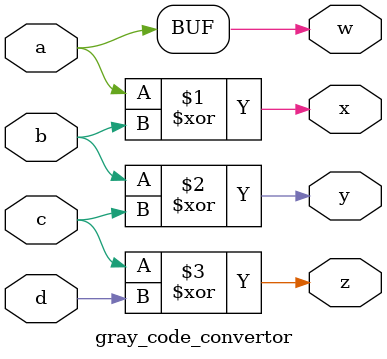
<source format=v>
`timescale 1ns / 1ps


module gray_code_convertor(
    a, b, c, d,
    w, x, y, z
    );
    
    input a, b, c, d;
    output w, x, y, z;
    
    assign w = a;
    assign x = a ^ b;
    assign y = b ^ c;
    assign z = c ^ d;
endmodule

</source>
